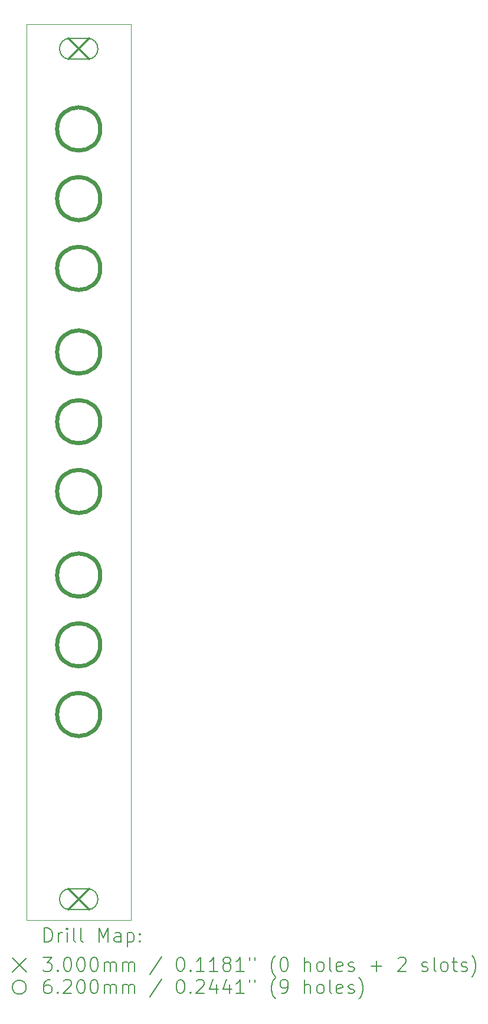
<source format=gbr>
%TF.GenerationSoftware,KiCad,Pcbnew,7.0.7-7.0.7~ubuntu22.04.1*%
%TF.CreationDate,2023-09-23T20:45:03+02:00*%
%TF.ProjectId,Multiple-3x2,4d756c74-6970-46c6-952d-3378322e6b69,rev?*%
%TF.SameCoordinates,Original*%
%TF.FileFunction,Drillmap*%
%TF.FilePolarity,Positive*%
%FSLAX45Y45*%
G04 Gerber Fmt 4.5, Leading zero omitted, Abs format (unit mm)*
G04 Created by KiCad (PCBNEW 7.0.7-7.0.7~ubuntu22.04.1) date 2023-09-23 20:45:03*
%MOMM*%
%LPD*%
G01*
G04 APERTURE LIST*
%ADD10C,0.050000*%
%ADD11C,0.200000*%
%ADD12C,0.300000*%
%ADD13C,0.620000*%
G04 APERTURE END LIST*
D10*
X8950000Y-15550000D02*
X7450000Y-15550000D01*
X7450000Y-2700000D02*
X7450000Y-15550000D01*
X8950000Y-2700000D02*
X8950000Y-15550000D01*
X7450000Y-2700000D02*
X8950000Y-2700000D01*
D11*
D12*
X8050000Y-2900000D02*
X8350000Y-3200000D01*
X8350000Y-2900000D02*
X8050000Y-3200000D01*
D11*
X8075000Y-3200000D02*
X8325000Y-3200000D01*
X8325000Y-3200000D02*
G75*
G03*
X8325000Y-2900000I0J150000D01*
G01*
X8325000Y-2900000D02*
X8075000Y-2900000D01*
X8075000Y-2900000D02*
G75*
G03*
X8075000Y-3200000I0J-150000D01*
G01*
D12*
X8050000Y-15100000D02*
X8350000Y-15400000D01*
X8350000Y-15100000D02*
X8050000Y-15400000D01*
D11*
X8075000Y-15400000D02*
X8325000Y-15400000D01*
X8325000Y-15400000D02*
G75*
G03*
X8325000Y-15100000I0J150000D01*
G01*
X8325000Y-15100000D02*
X8075000Y-15100000D01*
X8075000Y-15100000D02*
G75*
G03*
X8075000Y-15400000I0J-150000D01*
G01*
D13*
X8510000Y-4200000D02*
G75*
G03*
X8510000Y-4200000I-310000J0D01*
G01*
X8510000Y-5200000D02*
G75*
G03*
X8510000Y-5200000I-310000J0D01*
G01*
X8510000Y-6200000D02*
G75*
G03*
X8510000Y-6200000I-310000J0D01*
G01*
X8510000Y-7400000D02*
G75*
G03*
X8510000Y-7400000I-310000J0D01*
G01*
X8510000Y-8400000D02*
G75*
G03*
X8510000Y-8400000I-310000J0D01*
G01*
X8510000Y-9400000D02*
G75*
G03*
X8510000Y-9400000I-310000J0D01*
G01*
X8510000Y-10600000D02*
G75*
G03*
X8510000Y-10600000I-310000J0D01*
G01*
X8510000Y-11600000D02*
G75*
G03*
X8510000Y-11600000I-310000J0D01*
G01*
X8510000Y-12600000D02*
G75*
G03*
X8510000Y-12600000I-310000J0D01*
G01*
D11*
X7708277Y-15863984D02*
X7708277Y-15663984D01*
X7708277Y-15663984D02*
X7755896Y-15663984D01*
X7755896Y-15663984D02*
X7784467Y-15673508D01*
X7784467Y-15673508D02*
X7803515Y-15692555D01*
X7803515Y-15692555D02*
X7813039Y-15711603D01*
X7813039Y-15711603D02*
X7822562Y-15749698D01*
X7822562Y-15749698D02*
X7822562Y-15778269D01*
X7822562Y-15778269D02*
X7813039Y-15816365D01*
X7813039Y-15816365D02*
X7803515Y-15835412D01*
X7803515Y-15835412D02*
X7784467Y-15854460D01*
X7784467Y-15854460D02*
X7755896Y-15863984D01*
X7755896Y-15863984D02*
X7708277Y-15863984D01*
X7908277Y-15863984D02*
X7908277Y-15730650D01*
X7908277Y-15768746D02*
X7917801Y-15749698D01*
X7917801Y-15749698D02*
X7927324Y-15740174D01*
X7927324Y-15740174D02*
X7946372Y-15730650D01*
X7946372Y-15730650D02*
X7965420Y-15730650D01*
X8032086Y-15863984D02*
X8032086Y-15730650D01*
X8032086Y-15663984D02*
X8022562Y-15673508D01*
X8022562Y-15673508D02*
X8032086Y-15683031D01*
X8032086Y-15683031D02*
X8041610Y-15673508D01*
X8041610Y-15673508D02*
X8032086Y-15663984D01*
X8032086Y-15663984D02*
X8032086Y-15683031D01*
X8155896Y-15863984D02*
X8136848Y-15854460D01*
X8136848Y-15854460D02*
X8127324Y-15835412D01*
X8127324Y-15835412D02*
X8127324Y-15663984D01*
X8260658Y-15863984D02*
X8241610Y-15854460D01*
X8241610Y-15854460D02*
X8232086Y-15835412D01*
X8232086Y-15835412D02*
X8232086Y-15663984D01*
X8489229Y-15863984D02*
X8489229Y-15663984D01*
X8489229Y-15663984D02*
X8555896Y-15806841D01*
X8555896Y-15806841D02*
X8622563Y-15663984D01*
X8622563Y-15663984D02*
X8622563Y-15863984D01*
X8803515Y-15863984D02*
X8803515Y-15759222D01*
X8803515Y-15759222D02*
X8793991Y-15740174D01*
X8793991Y-15740174D02*
X8774944Y-15730650D01*
X8774944Y-15730650D02*
X8736848Y-15730650D01*
X8736848Y-15730650D02*
X8717801Y-15740174D01*
X8803515Y-15854460D02*
X8784467Y-15863984D01*
X8784467Y-15863984D02*
X8736848Y-15863984D01*
X8736848Y-15863984D02*
X8717801Y-15854460D01*
X8717801Y-15854460D02*
X8708277Y-15835412D01*
X8708277Y-15835412D02*
X8708277Y-15816365D01*
X8708277Y-15816365D02*
X8717801Y-15797317D01*
X8717801Y-15797317D02*
X8736848Y-15787793D01*
X8736848Y-15787793D02*
X8784467Y-15787793D01*
X8784467Y-15787793D02*
X8803515Y-15778269D01*
X8898753Y-15730650D02*
X8898753Y-15930650D01*
X8898753Y-15740174D02*
X8917801Y-15730650D01*
X8917801Y-15730650D02*
X8955896Y-15730650D01*
X8955896Y-15730650D02*
X8974944Y-15740174D01*
X8974944Y-15740174D02*
X8984467Y-15749698D01*
X8984467Y-15749698D02*
X8993991Y-15768746D01*
X8993991Y-15768746D02*
X8993991Y-15825888D01*
X8993991Y-15825888D02*
X8984467Y-15844936D01*
X8984467Y-15844936D02*
X8974944Y-15854460D01*
X8974944Y-15854460D02*
X8955896Y-15863984D01*
X8955896Y-15863984D02*
X8917801Y-15863984D01*
X8917801Y-15863984D02*
X8898753Y-15854460D01*
X9079705Y-15844936D02*
X9089229Y-15854460D01*
X9089229Y-15854460D02*
X9079705Y-15863984D01*
X9079705Y-15863984D02*
X9070182Y-15854460D01*
X9070182Y-15854460D02*
X9079705Y-15844936D01*
X9079705Y-15844936D02*
X9079705Y-15863984D01*
X9079705Y-15740174D02*
X9089229Y-15749698D01*
X9089229Y-15749698D02*
X9079705Y-15759222D01*
X9079705Y-15759222D02*
X9070182Y-15749698D01*
X9070182Y-15749698D02*
X9079705Y-15740174D01*
X9079705Y-15740174D02*
X9079705Y-15759222D01*
X7247500Y-16092500D02*
X7447500Y-16292500D01*
X7447500Y-16092500D02*
X7247500Y-16292500D01*
X7689229Y-16083984D02*
X7813039Y-16083984D01*
X7813039Y-16083984D02*
X7746372Y-16160174D01*
X7746372Y-16160174D02*
X7774943Y-16160174D01*
X7774943Y-16160174D02*
X7793991Y-16169698D01*
X7793991Y-16169698D02*
X7803515Y-16179222D01*
X7803515Y-16179222D02*
X7813039Y-16198269D01*
X7813039Y-16198269D02*
X7813039Y-16245888D01*
X7813039Y-16245888D02*
X7803515Y-16264936D01*
X7803515Y-16264936D02*
X7793991Y-16274460D01*
X7793991Y-16274460D02*
X7774943Y-16283984D01*
X7774943Y-16283984D02*
X7717801Y-16283984D01*
X7717801Y-16283984D02*
X7698753Y-16274460D01*
X7698753Y-16274460D02*
X7689229Y-16264936D01*
X7898753Y-16264936D02*
X7908277Y-16274460D01*
X7908277Y-16274460D02*
X7898753Y-16283984D01*
X7898753Y-16283984D02*
X7889229Y-16274460D01*
X7889229Y-16274460D02*
X7898753Y-16264936D01*
X7898753Y-16264936D02*
X7898753Y-16283984D01*
X8032086Y-16083984D02*
X8051134Y-16083984D01*
X8051134Y-16083984D02*
X8070182Y-16093508D01*
X8070182Y-16093508D02*
X8079705Y-16103031D01*
X8079705Y-16103031D02*
X8089229Y-16122079D01*
X8089229Y-16122079D02*
X8098753Y-16160174D01*
X8098753Y-16160174D02*
X8098753Y-16207793D01*
X8098753Y-16207793D02*
X8089229Y-16245888D01*
X8089229Y-16245888D02*
X8079705Y-16264936D01*
X8079705Y-16264936D02*
X8070182Y-16274460D01*
X8070182Y-16274460D02*
X8051134Y-16283984D01*
X8051134Y-16283984D02*
X8032086Y-16283984D01*
X8032086Y-16283984D02*
X8013039Y-16274460D01*
X8013039Y-16274460D02*
X8003515Y-16264936D01*
X8003515Y-16264936D02*
X7993991Y-16245888D01*
X7993991Y-16245888D02*
X7984467Y-16207793D01*
X7984467Y-16207793D02*
X7984467Y-16160174D01*
X7984467Y-16160174D02*
X7993991Y-16122079D01*
X7993991Y-16122079D02*
X8003515Y-16103031D01*
X8003515Y-16103031D02*
X8013039Y-16093508D01*
X8013039Y-16093508D02*
X8032086Y-16083984D01*
X8222562Y-16083984D02*
X8241610Y-16083984D01*
X8241610Y-16083984D02*
X8260658Y-16093508D01*
X8260658Y-16093508D02*
X8270182Y-16103031D01*
X8270182Y-16103031D02*
X8279705Y-16122079D01*
X8279705Y-16122079D02*
X8289229Y-16160174D01*
X8289229Y-16160174D02*
X8289229Y-16207793D01*
X8289229Y-16207793D02*
X8279705Y-16245888D01*
X8279705Y-16245888D02*
X8270182Y-16264936D01*
X8270182Y-16264936D02*
X8260658Y-16274460D01*
X8260658Y-16274460D02*
X8241610Y-16283984D01*
X8241610Y-16283984D02*
X8222562Y-16283984D01*
X8222562Y-16283984D02*
X8203515Y-16274460D01*
X8203515Y-16274460D02*
X8193991Y-16264936D01*
X8193991Y-16264936D02*
X8184467Y-16245888D01*
X8184467Y-16245888D02*
X8174943Y-16207793D01*
X8174943Y-16207793D02*
X8174943Y-16160174D01*
X8174943Y-16160174D02*
X8184467Y-16122079D01*
X8184467Y-16122079D02*
X8193991Y-16103031D01*
X8193991Y-16103031D02*
X8203515Y-16093508D01*
X8203515Y-16093508D02*
X8222562Y-16083984D01*
X8413039Y-16083984D02*
X8432086Y-16083984D01*
X8432086Y-16083984D02*
X8451134Y-16093508D01*
X8451134Y-16093508D02*
X8460658Y-16103031D01*
X8460658Y-16103031D02*
X8470182Y-16122079D01*
X8470182Y-16122079D02*
X8479705Y-16160174D01*
X8479705Y-16160174D02*
X8479705Y-16207793D01*
X8479705Y-16207793D02*
X8470182Y-16245888D01*
X8470182Y-16245888D02*
X8460658Y-16264936D01*
X8460658Y-16264936D02*
X8451134Y-16274460D01*
X8451134Y-16274460D02*
X8432086Y-16283984D01*
X8432086Y-16283984D02*
X8413039Y-16283984D01*
X8413039Y-16283984D02*
X8393991Y-16274460D01*
X8393991Y-16274460D02*
X8384467Y-16264936D01*
X8384467Y-16264936D02*
X8374943Y-16245888D01*
X8374943Y-16245888D02*
X8365420Y-16207793D01*
X8365420Y-16207793D02*
X8365420Y-16160174D01*
X8365420Y-16160174D02*
X8374943Y-16122079D01*
X8374943Y-16122079D02*
X8384467Y-16103031D01*
X8384467Y-16103031D02*
X8393991Y-16093508D01*
X8393991Y-16093508D02*
X8413039Y-16083984D01*
X8565420Y-16283984D02*
X8565420Y-16150650D01*
X8565420Y-16169698D02*
X8574944Y-16160174D01*
X8574944Y-16160174D02*
X8593991Y-16150650D01*
X8593991Y-16150650D02*
X8622563Y-16150650D01*
X8622563Y-16150650D02*
X8641610Y-16160174D01*
X8641610Y-16160174D02*
X8651134Y-16179222D01*
X8651134Y-16179222D02*
X8651134Y-16283984D01*
X8651134Y-16179222D02*
X8660658Y-16160174D01*
X8660658Y-16160174D02*
X8679705Y-16150650D01*
X8679705Y-16150650D02*
X8708277Y-16150650D01*
X8708277Y-16150650D02*
X8727325Y-16160174D01*
X8727325Y-16160174D02*
X8736848Y-16179222D01*
X8736848Y-16179222D02*
X8736848Y-16283984D01*
X8832086Y-16283984D02*
X8832086Y-16150650D01*
X8832086Y-16169698D02*
X8841610Y-16160174D01*
X8841610Y-16160174D02*
X8860658Y-16150650D01*
X8860658Y-16150650D02*
X8889229Y-16150650D01*
X8889229Y-16150650D02*
X8908277Y-16160174D01*
X8908277Y-16160174D02*
X8917801Y-16179222D01*
X8917801Y-16179222D02*
X8917801Y-16283984D01*
X8917801Y-16179222D02*
X8927325Y-16160174D01*
X8927325Y-16160174D02*
X8946372Y-16150650D01*
X8946372Y-16150650D02*
X8974944Y-16150650D01*
X8974944Y-16150650D02*
X8993991Y-16160174D01*
X8993991Y-16160174D02*
X9003515Y-16179222D01*
X9003515Y-16179222D02*
X9003515Y-16283984D01*
X9393991Y-16074460D02*
X9222563Y-16331603D01*
X9651134Y-16083984D02*
X9670182Y-16083984D01*
X9670182Y-16083984D02*
X9689229Y-16093508D01*
X9689229Y-16093508D02*
X9698753Y-16103031D01*
X9698753Y-16103031D02*
X9708277Y-16122079D01*
X9708277Y-16122079D02*
X9717801Y-16160174D01*
X9717801Y-16160174D02*
X9717801Y-16207793D01*
X9717801Y-16207793D02*
X9708277Y-16245888D01*
X9708277Y-16245888D02*
X9698753Y-16264936D01*
X9698753Y-16264936D02*
X9689229Y-16274460D01*
X9689229Y-16274460D02*
X9670182Y-16283984D01*
X9670182Y-16283984D02*
X9651134Y-16283984D01*
X9651134Y-16283984D02*
X9632087Y-16274460D01*
X9632087Y-16274460D02*
X9622563Y-16264936D01*
X9622563Y-16264936D02*
X9613039Y-16245888D01*
X9613039Y-16245888D02*
X9603515Y-16207793D01*
X9603515Y-16207793D02*
X9603515Y-16160174D01*
X9603515Y-16160174D02*
X9613039Y-16122079D01*
X9613039Y-16122079D02*
X9622563Y-16103031D01*
X9622563Y-16103031D02*
X9632087Y-16093508D01*
X9632087Y-16093508D02*
X9651134Y-16083984D01*
X9803515Y-16264936D02*
X9813039Y-16274460D01*
X9813039Y-16274460D02*
X9803515Y-16283984D01*
X9803515Y-16283984D02*
X9793991Y-16274460D01*
X9793991Y-16274460D02*
X9803515Y-16264936D01*
X9803515Y-16264936D02*
X9803515Y-16283984D01*
X10003515Y-16283984D02*
X9889229Y-16283984D01*
X9946372Y-16283984D02*
X9946372Y-16083984D01*
X9946372Y-16083984D02*
X9927325Y-16112555D01*
X9927325Y-16112555D02*
X9908277Y-16131603D01*
X9908277Y-16131603D02*
X9889229Y-16141127D01*
X10193991Y-16283984D02*
X10079706Y-16283984D01*
X10136848Y-16283984D02*
X10136848Y-16083984D01*
X10136848Y-16083984D02*
X10117801Y-16112555D01*
X10117801Y-16112555D02*
X10098753Y-16131603D01*
X10098753Y-16131603D02*
X10079706Y-16141127D01*
X10308277Y-16169698D02*
X10289229Y-16160174D01*
X10289229Y-16160174D02*
X10279706Y-16150650D01*
X10279706Y-16150650D02*
X10270182Y-16131603D01*
X10270182Y-16131603D02*
X10270182Y-16122079D01*
X10270182Y-16122079D02*
X10279706Y-16103031D01*
X10279706Y-16103031D02*
X10289229Y-16093508D01*
X10289229Y-16093508D02*
X10308277Y-16083984D01*
X10308277Y-16083984D02*
X10346372Y-16083984D01*
X10346372Y-16083984D02*
X10365420Y-16093508D01*
X10365420Y-16093508D02*
X10374944Y-16103031D01*
X10374944Y-16103031D02*
X10384468Y-16122079D01*
X10384468Y-16122079D02*
X10384468Y-16131603D01*
X10384468Y-16131603D02*
X10374944Y-16150650D01*
X10374944Y-16150650D02*
X10365420Y-16160174D01*
X10365420Y-16160174D02*
X10346372Y-16169698D01*
X10346372Y-16169698D02*
X10308277Y-16169698D01*
X10308277Y-16169698D02*
X10289229Y-16179222D01*
X10289229Y-16179222D02*
X10279706Y-16188746D01*
X10279706Y-16188746D02*
X10270182Y-16207793D01*
X10270182Y-16207793D02*
X10270182Y-16245888D01*
X10270182Y-16245888D02*
X10279706Y-16264936D01*
X10279706Y-16264936D02*
X10289229Y-16274460D01*
X10289229Y-16274460D02*
X10308277Y-16283984D01*
X10308277Y-16283984D02*
X10346372Y-16283984D01*
X10346372Y-16283984D02*
X10365420Y-16274460D01*
X10365420Y-16274460D02*
X10374944Y-16264936D01*
X10374944Y-16264936D02*
X10384468Y-16245888D01*
X10384468Y-16245888D02*
X10384468Y-16207793D01*
X10384468Y-16207793D02*
X10374944Y-16188746D01*
X10374944Y-16188746D02*
X10365420Y-16179222D01*
X10365420Y-16179222D02*
X10346372Y-16169698D01*
X10574944Y-16283984D02*
X10460658Y-16283984D01*
X10517801Y-16283984D02*
X10517801Y-16083984D01*
X10517801Y-16083984D02*
X10498753Y-16112555D01*
X10498753Y-16112555D02*
X10479706Y-16131603D01*
X10479706Y-16131603D02*
X10460658Y-16141127D01*
X10651134Y-16083984D02*
X10651134Y-16122079D01*
X10727325Y-16083984D02*
X10727325Y-16122079D01*
X11022563Y-16360174D02*
X11013039Y-16350650D01*
X11013039Y-16350650D02*
X10993991Y-16322079D01*
X10993991Y-16322079D02*
X10984468Y-16303031D01*
X10984468Y-16303031D02*
X10974944Y-16274460D01*
X10974944Y-16274460D02*
X10965420Y-16226841D01*
X10965420Y-16226841D02*
X10965420Y-16188746D01*
X10965420Y-16188746D02*
X10974944Y-16141127D01*
X10974944Y-16141127D02*
X10984468Y-16112555D01*
X10984468Y-16112555D02*
X10993991Y-16093508D01*
X10993991Y-16093508D02*
X11013039Y-16064936D01*
X11013039Y-16064936D02*
X11022563Y-16055412D01*
X11136849Y-16083984D02*
X11155896Y-16083984D01*
X11155896Y-16083984D02*
X11174944Y-16093508D01*
X11174944Y-16093508D02*
X11184468Y-16103031D01*
X11184468Y-16103031D02*
X11193991Y-16122079D01*
X11193991Y-16122079D02*
X11203515Y-16160174D01*
X11203515Y-16160174D02*
X11203515Y-16207793D01*
X11203515Y-16207793D02*
X11193991Y-16245888D01*
X11193991Y-16245888D02*
X11184468Y-16264936D01*
X11184468Y-16264936D02*
X11174944Y-16274460D01*
X11174944Y-16274460D02*
X11155896Y-16283984D01*
X11155896Y-16283984D02*
X11136849Y-16283984D01*
X11136849Y-16283984D02*
X11117801Y-16274460D01*
X11117801Y-16274460D02*
X11108277Y-16264936D01*
X11108277Y-16264936D02*
X11098753Y-16245888D01*
X11098753Y-16245888D02*
X11089230Y-16207793D01*
X11089230Y-16207793D02*
X11089230Y-16160174D01*
X11089230Y-16160174D02*
X11098753Y-16122079D01*
X11098753Y-16122079D02*
X11108277Y-16103031D01*
X11108277Y-16103031D02*
X11117801Y-16093508D01*
X11117801Y-16093508D02*
X11136849Y-16083984D01*
X11441610Y-16283984D02*
X11441610Y-16083984D01*
X11527325Y-16283984D02*
X11527325Y-16179222D01*
X11527325Y-16179222D02*
X11517801Y-16160174D01*
X11517801Y-16160174D02*
X11498753Y-16150650D01*
X11498753Y-16150650D02*
X11470182Y-16150650D01*
X11470182Y-16150650D02*
X11451134Y-16160174D01*
X11451134Y-16160174D02*
X11441610Y-16169698D01*
X11651134Y-16283984D02*
X11632087Y-16274460D01*
X11632087Y-16274460D02*
X11622563Y-16264936D01*
X11622563Y-16264936D02*
X11613039Y-16245888D01*
X11613039Y-16245888D02*
X11613039Y-16188746D01*
X11613039Y-16188746D02*
X11622563Y-16169698D01*
X11622563Y-16169698D02*
X11632087Y-16160174D01*
X11632087Y-16160174D02*
X11651134Y-16150650D01*
X11651134Y-16150650D02*
X11679706Y-16150650D01*
X11679706Y-16150650D02*
X11698753Y-16160174D01*
X11698753Y-16160174D02*
X11708277Y-16169698D01*
X11708277Y-16169698D02*
X11717801Y-16188746D01*
X11717801Y-16188746D02*
X11717801Y-16245888D01*
X11717801Y-16245888D02*
X11708277Y-16264936D01*
X11708277Y-16264936D02*
X11698753Y-16274460D01*
X11698753Y-16274460D02*
X11679706Y-16283984D01*
X11679706Y-16283984D02*
X11651134Y-16283984D01*
X11832087Y-16283984D02*
X11813039Y-16274460D01*
X11813039Y-16274460D02*
X11803515Y-16255412D01*
X11803515Y-16255412D02*
X11803515Y-16083984D01*
X11984468Y-16274460D02*
X11965420Y-16283984D01*
X11965420Y-16283984D02*
X11927325Y-16283984D01*
X11927325Y-16283984D02*
X11908277Y-16274460D01*
X11908277Y-16274460D02*
X11898753Y-16255412D01*
X11898753Y-16255412D02*
X11898753Y-16179222D01*
X11898753Y-16179222D02*
X11908277Y-16160174D01*
X11908277Y-16160174D02*
X11927325Y-16150650D01*
X11927325Y-16150650D02*
X11965420Y-16150650D01*
X11965420Y-16150650D02*
X11984468Y-16160174D01*
X11984468Y-16160174D02*
X11993991Y-16179222D01*
X11993991Y-16179222D02*
X11993991Y-16198269D01*
X11993991Y-16198269D02*
X11898753Y-16217317D01*
X12070182Y-16274460D02*
X12089230Y-16283984D01*
X12089230Y-16283984D02*
X12127325Y-16283984D01*
X12127325Y-16283984D02*
X12146372Y-16274460D01*
X12146372Y-16274460D02*
X12155896Y-16255412D01*
X12155896Y-16255412D02*
X12155896Y-16245888D01*
X12155896Y-16245888D02*
X12146372Y-16226841D01*
X12146372Y-16226841D02*
X12127325Y-16217317D01*
X12127325Y-16217317D02*
X12098753Y-16217317D01*
X12098753Y-16217317D02*
X12079706Y-16207793D01*
X12079706Y-16207793D02*
X12070182Y-16188746D01*
X12070182Y-16188746D02*
X12070182Y-16179222D01*
X12070182Y-16179222D02*
X12079706Y-16160174D01*
X12079706Y-16160174D02*
X12098753Y-16150650D01*
X12098753Y-16150650D02*
X12127325Y-16150650D01*
X12127325Y-16150650D02*
X12146372Y-16160174D01*
X12393992Y-16207793D02*
X12546373Y-16207793D01*
X12470182Y-16283984D02*
X12470182Y-16131603D01*
X12784468Y-16103031D02*
X12793992Y-16093508D01*
X12793992Y-16093508D02*
X12813039Y-16083984D01*
X12813039Y-16083984D02*
X12860658Y-16083984D01*
X12860658Y-16083984D02*
X12879706Y-16093508D01*
X12879706Y-16093508D02*
X12889230Y-16103031D01*
X12889230Y-16103031D02*
X12898753Y-16122079D01*
X12898753Y-16122079D02*
X12898753Y-16141127D01*
X12898753Y-16141127D02*
X12889230Y-16169698D01*
X12889230Y-16169698D02*
X12774944Y-16283984D01*
X12774944Y-16283984D02*
X12898753Y-16283984D01*
X13127325Y-16274460D02*
X13146373Y-16283984D01*
X13146373Y-16283984D02*
X13184468Y-16283984D01*
X13184468Y-16283984D02*
X13203515Y-16274460D01*
X13203515Y-16274460D02*
X13213039Y-16255412D01*
X13213039Y-16255412D02*
X13213039Y-16245888D01*
X13213039Y-16245888D02*
X13203515Y-16226841D01*
X13203515Y-16226841D02*
X13184468Y-16217317D01*
X13184468Y-16217317D02*
X13155896Y-16217317D01*
X13155896Y-16217317D02*
X13136849Y-16207793D01*
X13136849Y-16207793D02*
X13127325Y-16188746D01*
X13127325Y-16188746D02*
X13127325Y-16179222D01*
X13127325Y-16179222D02*
X13136849Y-16160174D01*
X13136849Y-16160174D02*
X13155896Y-16150650D01*
X13155896Y-16150650D02*
X13184468Y-16150650D01*
X13184468Y-16150650D02*
X13203515Y-16160174D01*
X13327325Y-16283984D02*
X13308277Y-16274460D01*
X13308277Y-16274460D02*
X13298754Y-16255412D01*
X13298754Y-16255412D02*
X13298754Y-16083984D01*
X13432087Y-16283984D02*
X13413039Y-16274460D01*
X13413039Y-16274460D02*
X13403515Y-16264936D01*
X13403515Y-16264936D02*
X13393992Y-16245888D01*
X13393992Y-16245888D02*
X13393992Y-16188746D01*
X13393992Y-16188746D02*
X13403515Y-16169698D01*
X13403515Y-16169698D02*
X13413039Y-16160174D01*
X13413039Y-16160174D02*
X13432087Y-16150650D01*
X13432087Y-16150650D02*
X13460658Y-16150650D01*
X13460658Y-16150650D02*
X13479706Y-16160174D01*
X13479706Y-16160174D02*
X13489230Y-16169698D01*
X13489230Y-16169698D02*
X13498754Y-16188746D01*
X13498754Y-16188746D02*
X13498754Y-16245888D01*
X13498754Y-16245888D02*
X13489230Y-16264936D01*
X13489230Y-16264936D02*
X13479706Y-16274460D01*
X13479706Y-16274460D02*
X13460658Y-16283984D01*
X13460658Y-16283984D02*
X13432087Y-16283984D01*
X13555896Y-16150650D02*
X13632087Y-16150650D01*
X13584468Y-16083984D02*
X13584468Y-16255412D01*
X13584468Y-16255412D02*
X13593992Y-16274460D01*
X13593992Y-16274460D02*
X13613039Y-16283984D01*
X13613039Y-16283984D02*
X13632087Y-16283984D01*
X13689230Y-16274460D02*
X13708277Y-16283984D01*
X13708277Y-16283984D02*
X13746373Y-16283984D01*
X13746373Y-16283984D02*
X13765420Y-16274460D01*
X13765420Y-16274460D02*
X13774944Y-16255412D01*
X13774944Y-16255412D02*
X13774944Y-16245888D01*
X13774944Y-16245888D02*
X13765420Y-16226841D01*
X13765420Y-16226841D02*
X13746373Y-16217317D01*
X13746373Y-16217317D02*
X13717801Y-16217317D01*
X13717801Y-16217317D02*
X13698754Y-16207793D01*
X13698754Y-16207793D02*
X13689230Y-16188746D01*
X13689230Y-16188746D02*
X13689230Y-16179222D01*
X13689230Y-16179222D02*
X13698754Y-16160174D01*
X13698754Y-16160174D02*
X13717801Y-16150650D01*
X13717801Y-16150650D02*
X13746373Y-16150650D01*
X13746373Y-16150650D02*
X13765420Y-16160174D01*
X13841611Y-16360174D02*
X13851135Y-16350650D01*
X13851135Y-16350650D02*
X13870182Y-16322079D01*
X13870182Y-16322079D02*
X13879706Y-16303031D01*
X13879706Y-16303031D02*
X13889230Y-16274460D01*
X13889230Y-16274460D02*
X13898754Y-16226841D01*
X13898754Y-16226841D02*
X13898754Y-16188746D01*
X13898754Y-16188746D02*
X13889230Y-16141127D01*
X13889230Y-16141127D02*
X13879706Y-16112555D01*
X13879706Y-16112555D02*
X13870182Y-16093508D01*
X13870182Y-16093508D02*
X13851135Y-16064936D01*
X13851135Y-16064936D02*
X13841611Y-16055412D01*
X7447500Y-16512500D02*
G75*
G03*
X7447500Y-16512500I-100000J0D01*
G01*
X7793991Y-16403984D02*
X7755896Y-16403984D01*
X7755896Y-16403984D02*
X7736848Y-16413508D01*
X7736848Y-16413508D02*
X7727324Y-16423031D01*
X7727324Y-16423031D02*
X7708277Y-16451603D01*
X7708277Y-16451603D02*
X7698753Y-16489698D01*
X7698753Y-16489698D02*
X7698753Y-16565888D01*
X7698753Y-16565888D02*
X7708277Y-16584936D01*
X7708277Y-16584936D02*
X7717801Y-16594460D01*
X7717801Y-16594460D02*
X7736848Y-16603984D01*
X7736848Y-16603984D02*
X7774943Y-16603984D01*
X7774943Y-16603984D02*
X7793991Y-16594460D01*
X7793991Y-16594460D02*
X7803515Y-16584936D01*
X7803515Y-16584936D02*
X7813039Y-16565888D01*
X7813039Y-16565888D02*
X7813039Y-16518269D01*
X7813039Y-16518269D02*
X7803515Y-16499222D01*
X7803515Y-16499222D02*
X7793991Y-16489698D01*
X7793991Y-16489698D02*
X7774943Y-16480174D01*
X7774943Y-16480174D02*
X7736848Y-16480174D01*
X7736848Y-16480174D02*
X7717801Y-16489698D01*
X7717801Y-16489698D02*
X7708277Y-16499222D01*
X7708277Y-16499222D02*
X7698753Y-16518269D01*
X7898753Y-16584936D02*
X7908277Y-16594460D01*
X7908277Y-16594460D02*
X7898753Y-16603984D01*
X7898753Y-16603984D02*
X7889229Y-16594460D01*
X7889229Y-16594460D02*
X7898753Y-16584936D01*
X7898753Y-16584936D02*
X7898753Y-16603984D01*
X7984467Y-16423031D02*
X7993991Y-16413508D01*
X7993991Y-16413508D02*
X8013039Y-16403984D01*
X8013039Y-16403984D02*
X8060658Y-16403984D01*
X8060658Y-16403984D02*
X8079705Y-16413508D01*
X8079705Y-16413508D02*
X8089229Y-16423031D01*
X8089229Y-16423031D02*
X8098753Y-16442079D01*
X8098753Y-16442079D02*
X8098753Y-16461127D01*
X8098753Y-16461127D02*
X8089229Y-16489698D01*
X8089229Y-16489698D02*
X7974943Y-16603984D01*
X7974943Y-16603984D02*
X8098753Y-16603984D01*
X8222562Y-16403984D02*
X8241610Y-16403984D01*
X8241610Y-16403984D02*
X8260658Y-16413508D01*
X8260658Y-16413508D02*
X8270182Y-16423031D01*
X8270182Y-16423031D02*
X8279705Y-16442079D01*
X8279705Y-16442079D02*
X8289229Y-16480174D01*
X8289229Y-16480174D02*
X8289229Y-16527793D01*
X8289229Y-16527793D02*
X8279705Y-16565888D01*
X8279705Y-16565888D02*
X8270182Y-16584936D01*
X8270182Y-16584936D02*
X8260658Y-16594460D01*
X8260658Y-16594460D02*
X8241610Y-16603984D01*
X8241610Y-16603984D02*
X8222562Y-16603984D01*
X8222562Y-16603984D02*
X8203515Y-16594460D01*
X8203515Y-16594460D02*
X8193991Y-16584936D01*
X8193991Y-16584936D02*
X8184467Y-16565888D01*
X8184467Y-16565888D02*
X8174943Y-16527793D01*
X8174943Y-16527793D02*
X8174943Y-16480174D01*
X8174943Y-16480174D02*
X8184467Y-16442079D01*
X8184467Y-16442079D02*
X8193991Y-16423031D01*
X8193991Y-16423031D02*
X8203515Y-16413508D01*
X8203515Y-16413508D02*
X8222562Y-16403984D01*
X8413039Y-16403984D02*
X8432086Y-16403984D01*
X8432086Y-16403984D02*
X8451134Y-16413508D01*
X8451134Y-16413508D02*
X8460658Y-16423031D01*
X8460658Y-16423031D02*
X8470182Y-16442079D01*
X8470182Y-16442079D02*
X8479705Y-16480174D01*
X8479705Y-16480174D02*
X8479705Y-16527793D01*
X8479705Y-16527793D02*
X8470182Y-16565888D01*
X8470182Y-16565888D02*
X8460658Y-16584936D01*
X8460658Y-16584936D02*
X8451134Y-16594460D01*
X8451134Y-16594460D02*
X8432086Y-16603984D01*
X8432086Y-16603984D02*
X8413039Y-16603984D01*
X8413039Y-16603984D02*
X8393991Y-16594460D01*
X8393991Y-16594460D02*
X8384467Y-16584936D01*
X8384467Y-16584936D02*
X8374943Y-16565888D01*
X8374943Y-16565888D02*
X8365420Y-16527793D01*
X8365420Y-16527793D02*
X8365420Y-16480174D01*
X8365420Y-16480174D02*
X8374943Y-16442079D01*
X8374943Y-16442079D02*
X8384467Y-16423031D01*
X8384467Y-16423031D02*
X8393991Y-16413508D01*
X8393991Y-16413508D02*
X8413039Y-16403984D01*
X8565420Y-16603984D02*
X8565420Y-16470650D01*
X8565420Y-16489698D02*
X8574944Y-16480174D01*
X8574944Y-16480174D02*
X8593991Y-16470650D01*
X8593991Y-16470650D02*
X8622563Y-16470650D01*
X8622563Y-16470650D02*
X8641610Y-16480174D01*
X8641610Y-16480174D02*
X8651134Y-16499222D01*
X8651134Y-16499222D02*
X8651134Y-16603984D01*
X8651134Y-16499222D02*
X8660658Y-16480174D01*
X8660658Y-16480174D02*
X8679705Y-16470650D01*
X8679705Y-16470650D02*
X8708277Y-16470650D01*
X8708277Y-16470650D02*
X8727325Y-16480174D01*
X8727325Y-16480174D02*
X8736848Y-16499222D01*
X8736848Y-16499222D02*
X8736848Y-16603984D01*
X8832086Y-16603984D02*
X8832086Y-16470650D01*
X8832086Y-16489698D02*
X8841610Y-16480174D01*
X8841610Y-16480174D02*
X8860658Y-16470650D01*
X8860658Y-16470650D02*
X8889229Y-16470650D01*
X8889229Y-16470650D02*
X8908277Y-16480174D01*
X8908277Y-16480174D02*
X8917801Y-16499222D01*
X8917801Y-16499222D02*
X8917801Y-16603984D01*
X8917801Y-16499222D02*
X8927325Y-16480174D01*
X8927325Y-16480174D02*
X8946372Y-16470650D01*
X8946372Y-16470650D02*
X8974944Y-16470650D01*
X8974944Y-16470650D02*
X8993991Y-16480174D01*
X8993991Y-16480174D02*
X9003515Y-16499222D01*
X9003515Y-16499222D02*
X9003515Y-16603984D01*
X9393991Y-16394460D02*
X9222563Y-16651603D01*
X9651134Y-16403984D02*
X9670182Y-16403984D01*
X9670182Y-16403984D02*
X9689229Y-16413508D01*
X9689229Y-16413508D02*
X9698753Y-16423031D01*
X9698753Y-16423031D02*
X9708277Y-16442079D01*
X9708277Y-16442079D02*
X9717801Y-16480174D01*
X9717801Y-16480174D02*
X9717801Y-16527793D01*
X9717801Y-16527793D02*
X9708277Y-16565888D01*
X9708277Y-16565888D02*
X9698753Y-16584936D01*
X9698753Y-16584936D02*
X9689229Y-16594460D01*
X9689229Y-16594460D02*
X9670182Y-16603984D01*
X9670182Y-16603984D02*
X9651134Y-16603984D01*
X9651134Y-16603984D02*
X9632087Y-16594460D01*
X9632087Y-16594460D02*
X9622563Y-16584936D01*
X9622563Y-16584936D02*
X9613039Y-16565888D01*
X9613039Y-16565888D02*
X9603515Y-16527793D01*
X9603515Y-16527793D02*
X9603515Y-16480174D01*
X9603515Y-16480174D02*
X9613039Y-16442079D01*
X9613039Y-16442079D02*
X9622563Y-16423031D01*
X9622563Y-16423031D02*
X9632087Y-16413508D01*
X9632087Y-16413508D02*
X9651134Y-16403984D01*
X9803515Y-16584936D02*
X9813039Y-16594460D01*
X9813039Y-16594460D02*
X9803515Y-16603984D01*
X9803515Y-16603984D02*
X9793991Y-16594460D01*
X9793991Y-16594460D02*
X9803515Y-16584936D01*
X9803515Y-16584936D02*
X9803515Y-16603984D01*
X9889229Y-16423031D02*
X9898753Y-16413508D01*
X9898753Y-16413508D02*
X9917801Y-16403984D01*
X9917801Y-16403984D02*
X9965420Y-16403984D01*
X9965420Y-16403984D02*
X9984468Y-16413508D01*
X9984468Y-16413508D02*
X9993991Y-16423031D01*
X9993991Y-16423031D02*
X10003515Y-16442079D01*
X10003515Y-16442079D02*
X10003515Y-16461127D01*
X10003515Y-16461127D02*
X9993991Y-16489698D01*
X9993991Y-16489698D02*
X9879706Y-16603984D01*
X9879706Y-16603984D02*
X10003515Y-16603984D01*
X10174944Y-16470650D02*
X10174944Y-16603984D01*
X10127325Y-16394460D02*
X10079706Y-16537317D01*
X10079706Y-16537317D02*
X10203515Y-16537317D01*
X10365420Y-16470650D02*
X10365420Y-16603984D01*
X10317801Y-16394460D02*
X10270182Y-16537317D01*
X10270182Y-16537317D02*
X10393991Y-16537317D01*
X10574944Y-16603984D02*
X10460658Y-16603984D01*
X10517801Y-16603984D02*
X10517801Y-16403984D01*
X10517801Y-16403984D02*
X10498753Y-16432555D01*
X10498753Y-16432555D02*
X10479706Y-16451603D01*
X10479706Y-16451603D02*
X10460658Y-16461127D01*
X10651134Y-16403984D02*
X10651134Y-16442079D01*
X10727325Y-16403984D02*
X10727325Y-16442079D01*
X11022563Y-16680174D02*
X11013039Y-16670650D01*
X11013039Y-16670650D02*
X10993991Y-16642079D01*
X10993991Y-16642079D02*
X10984468Y-16623031D01*
X10984468Y-16623031D02*
X10974944Y-16594460D01*
X10974944Y-16594460D02*
X10965420Y-16546841D01*
X10965420Y-16546841D02*
X10965420Y-16508746D01*
X10965420Y-16508746D02*
X10974944Y-16461127D01*
X10974944Y-16461127D02*
X10984468Y-16432555D01*
X10984468Y-16432555D02*
X10993991Y-16413508D01*
X10993991Y-16413508D02*
X11013039Y-16384936D01*
X11013039Y-16384936D02*
X11022563Y-16375412D01*
X11108277Y-16603984D02*
X11146372Y-16603984D01*
X11146372Y-16603984D02*
X11165420Y-16594460D01*
X11165420Y-16594460D02*
X11174944Y-16584936D01*
X11174944Y-16584936D02*
X11193991Y-16556365D01*
X11193991Y-16556365D02*
X11203515Y-16518269D01*
X11203515Y-16518269D02*
X11203515Y-16442079D01*
X11203515Y-16442079D02*
X11193991Y-16423031D01*
X11193991Y-16423031D02*
X11184468Y-16413508D01*
X11184468Y-16413508D02*
X11165420Y-16403984D01*
X11165420Y-16403984D02*
X11127325Y-16403984D01*
X11127325Y-16403984D02*
X11108277Y-16413508D01*
X11108277Y-16413508D02*
X11098753Y-16423031D01*
X11098753Y-16423031D02*
X11089230Y-16442079D01*
X11089230Y-16442079D02*
X11089230Y-16489698D01*
X11089230Y-16489698D02*
X11098753Y-16508746D01*
X11098753Y-16508746D02*
X11108277Y-16518269D01*
X11108277Y-16518269D02*
X11127325Y-16527793D01*
X11127325Y-16527793D02*
X11165420Y-16527793D01*
X11165420Y-16527793D02*
X11184468Y-16518269D01*
X11184468Y-16518269D02*
X11193991Y-16508746D01*
X11193991Y-16508746D02*
X11203515Y-16489698D01*
X11441610Y-16603984D02*
X11441610Y-16403984D01*
X11527325Y-16603984D02*
X11527325Y-16499222D01*
X11527325Y-16499222D02*
X11517801Y-16480174D01*
X11517801Y-16480174D02*
X11498753Y-16470650D01*
X11498753Y-16470650D02*
X11470182Y-16470650D01*
X11470182Y-16470650D02*
X11451134Y-16480174D01*
X11451134Y-16480174D02*
X11441610Y-16489698D01*
X11651134Y-16603984D02*
X11632087Y-16594460D01*
X11632087Y-16594460D02*
X11622563Y-16584936D01*
X11622563Y-16584936D02*
X11613039Y-16565888D01*
X11613039Y-16565888D02*
X11613039Y-16508746D01*
X11613039Y-16508746D02*
X11622563Y-16489698D01*
X11622563Y-16489698D02*
X11632087Y-16480174D01*
X11632087Y-16480174D02*
X11651134Y-16470650D01*
X11651134Y-16470650D02*
X11679706Y-16470650D01*
X11679706Y-16470650D02*
X11698753Y-16480174D01*
X11698753Y-16480174D02*
X11708277Y-16489698D01*
X11708277Y-16489698D02*
X11717801Y-16508746D01*
X11717801Y-16508746D02*
X11717801Y-16565888D01*
X11717801Y-16565888D02*
X11708277Y-16584936D01*
X11708277Y-16584936D02*
X11698753Y-16594460D01*
X11698753Y-16594460D02*
X11679706Y-16603984D01*
X11679706Y-16603984D02*
X11651134Y-16603984D01*
X11832087Y-16603984D02*
X11813039Y-16594460D01*
X11813039Y-16594460D02*
X11803515Y-16575412D01*
X11803515Y-16575412D02*
X11803515Y-16403984D01*
X11984468Y-16594460D02*
X11965420Y-16603984D01*
X11965420Y-16603984D02*
X11927325Y-16603984D01*
X11927325Y-16603984D02*
X11908277Y-16594460D01*
X11908277Y-16594460D02*
X11898753Y-16575412D01*
X11898753Y-16575412D02*
X11898753Y-16499222D01*
X11898753Y-16499222D02*
X11908277Y-16480174D01*
X11908277Y-16480174D02*
X11927325Y-16470650D01*
X11927325Y-16470650D02*
X11965420Y-16470650D01*
X11965420Y-16470650D02*
X11984468Y-16480174D01*
X11984468Y-16480174D02*
X11993991Y-16499222D01*
X11993991Y-16499222D02*
X11993991Y-16518269D01*
X11993991Y-16518269D02*
X11898753Y-16537317D01*
X12070182Y-16594460D02*
X12089230Y-16603984D01*
X12089230Y-16603984D02*
X12127325Y-16603984D01*
X12127325Y-16603984D02*
X12146372Y-16594460D01*
X12146372Y-16594460D02*
X12155896Y-16575412D01*
X12155896Y-16575412D02*
X12155896Y-16565888D01*
X12155896Y-16565888D02*
X12146372Y-16546841D01*
X12146372Y-16546841D02*
X12127325Y-16537317D01*
X12127325Y-16537317D02*
X12098753Y-16537317D01*
X12098753Y-16537317D02*
X12079706Y-16527793D01*
X12079706Y-16527793D02*
X12070182Y-16508746D01*
X12070182Y-16508746D02*
X12070182Y-16499222D01*
X12070182Y-16499222D02*
X12079706Y-16480174D01*
X12079706Y-16480174D02*
X12098753Y-16470650D01*
X12098753Y-16470650D02*
X12127325Y-16470650D01*
X12127325Y-16470650D02*
X12146372Y-16480174D01*
X12222563Y-16680174D02*
X12232087Y-16670650D01*
X12232087Y-16670650D02*
X12251134Y-16642079D01*
X12251134Y-16642079D02*
X12260658Y-16623031D01*
X12260658Y-16623031D02*
X12270182Y-16594460D01*
X12270182Y-16594460D02*
X12279706Y-16546841D01*
X12279706Y-16546841D02*
X12279706Y-16508746D01*
X12279706Y-16508746D02*
X12270182Y-16461127D01*
X12270182Y-16461127D02*
X12260658Y-16432555D01*
X12260658Y-16432555D02*
X12251134Y-16413508D01*
X12251134Y-16413508D02*
X12232087Y-16384936D01*
X12232087Y-16384936D02*
X12222563Y-16375412D01*
M02*

</source>
